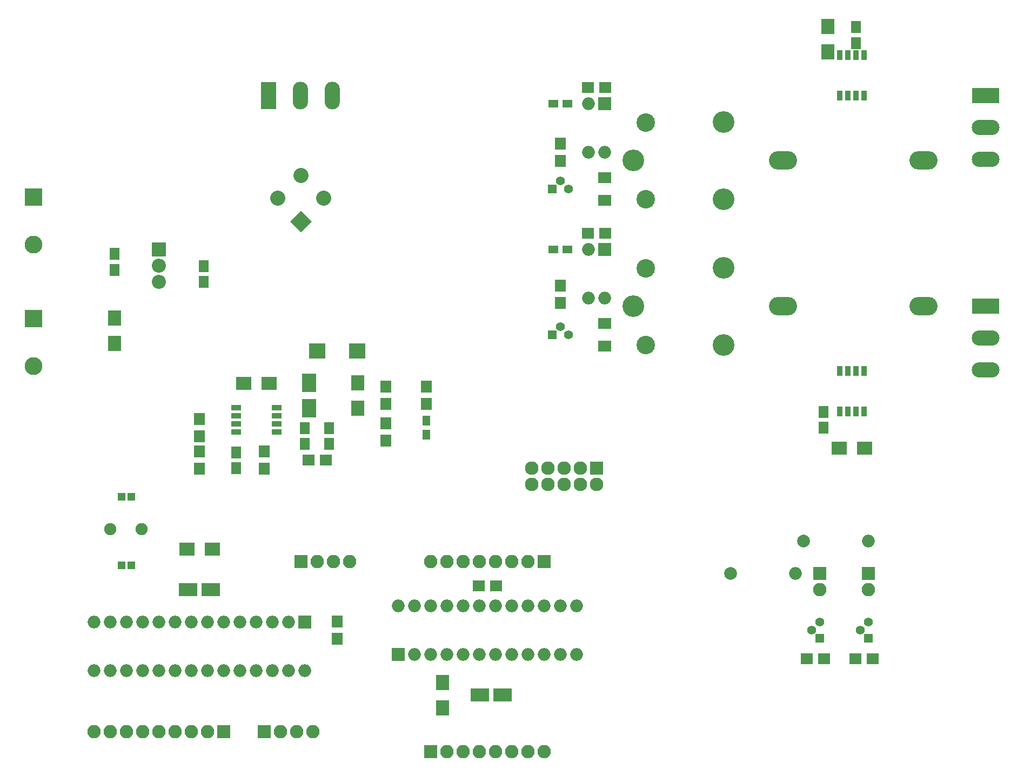
<source format=gbr>
G04 #@! TF.FileFunction,Soldermask,Top*
%FSLAX46Y46*%
G04 Gerber Fmt 4.6, Leading zero omitted, Abs format (unit mm)*
G04 Created by KiCad (PCBNEW 4.0.7) date Mon Feb  5 18:43:38 2018*
%MOMM*%
%LPD*%
G01*
G04 APERTURE LIST*
%ADD10C,0.100000*%
%ADD11R,3.000000X2.000000*%
%ADD12R,1.200000X1.150000*%
%ADD13R,2.400000X2.000000*%
%ADD14R,2.800000X2.800000*%
%ADD15C,2.800000*%
%ADD16R,2.000000X2.400000*%
%ADD17R,1.650000X1.900000*%
%ADD18R,2.127200X2.127200*%
%ADD19O,2.127200X2.127200*%
%ADD20C,2.400000*%
%ADD21R,1.600000X1.300000*%
%ADD22R,2.200000X2.900000*%
%ADD23R,1.300000X1.600000*%
%ADD24R,2.100000X1.700000*%
%ADD25O,4.400000X2.900000*%
%ADD26R,2.380000X4.360000*%
%ADD27O,2.380000X4.360000*%
%ADD28R,2.100000X2.100000*%
%ADD29O,2.100000X2.100000*%
%ADD30C,2.900000*%
%ADD31C,3.400000*%
%ADD32R,2.600000X2.400000*%
%ADD33C,1.400000*%
%ADD34R,1.400000X1.400000*%
%ADD35R,1.700000X1.900000*%
%ADD36R,1.900000X1.700000*%
%ADD37C,2.000000*%
%ADD38O,2.000000X2.000000*%
%ADD39R,2.000000X2.000000*%
%ADD40R,1.543000X0.908000*%
%ADD41R,2.200000X2.200000*%
%ADD42O,2.200000X2.200000*%
%ADD43R,0.908000X1.543000*%
%ADD44C,1.900000*%
%ADD45R,4.360000X2.380000*%
%ADD46O,4.360000X2.380000*%
G04 APERTURE END LIST*
D10*
D11*
X98955000Y-132715000D03*
X95355000Y-132715000D03*
D12*
X84975000Y-118110000D03*
X86475000Y-118110000D03*
D13*
X99155000Y-126365000D03*
X95155000Y-126365000D03*
D12*
X86475000Y-128905000D03*
X84975000Y-128905000D03*
D14*
X71120000Y-90170000D03*
D15*
X71120000Y-97670000D03*
D14*
X71120000Y-71120000D03*
D15*
X71120000Y-78620000D03*
D16*
X83820000Y-90075000D03*
X83820000Y-94075000D03*
X135255000Y-151225000D03*
X135255000Y-147225000D03*
D13*
X108045000Y-100330000D03*
X104045000Y-100330000D03*
D11*
X141075000Y-149225000D03*
X144675000Y-149225000D03*
D17*
X102870000Y-111145000D03*
X102870000Y-113645000D03*
X117475000Y-107335000D03*
X117475000Y-109835000D03*
X113665000Y-107335000D03*
X113665000Y-109835000D03*
D16*
X121920000Y-100235000D03*
X121920000Y-104235000D03*
D17*
X83820000Y-80030000D03*
X83820000Y-82530000D03*
D13*
X201390000Y-110490000D03*
X197390000Y-110490000D03*
D16*
X195580000Y-48355000D03*
X195580000Y-44355000D03*
D17*
X200025000Y-46970000D03*
X200025000Y-44470000D03*
D18*
X159385000Y-113665000D03*
D19*
X159385000Y-116205000D03*
X156845000Y-113665000D03*
X156845000Y-116205000D03*
X154305000Y-113665000D03*
X154305000Y-116205000D03*
X151765000Y-113665000D03*
X151765000Y-116205000D03*
X149225000Y-113665000D03*
X149225000Y-116205000D03*
D20*
X109437898Y-71337898D02*
X109437898Y-71337898D01*
X116622102Y-71337898D02*
X116622102Y-71337898D01*
X113030000Y-67745795D02*
X113030000Y-67745795D01*
D10*
G36*
X114727056Y-74930000D02*
X113030000Y-76627056D01*
X111332944Y-74930000D01*
X113030000Y-73232944D01*
X114727056Y-74930000D01*
X114727056Y-74930000D01*
G37*
D21*
X152570000Y-79375000D03*
X154770000Y-79375000D03*
X152570000Y-56515000D03*
X154770000Y-56515000D03*
D22*
X114300000Y-100235000D03*
X114300000Y-104235000D03*
D23*
X132715000Y-106215000D03*
X132715000Y-108415000D03*
D24*
X160655000Y-90960000D03*
X160655000Y-94460000D03*
X160655000Y-68100000D03*
X160655000Y-71600000D03*
D25*
X210595000Y-88265000D03*
X188595000Y-88265000D03*
X210595000Y-65405000D03*
X188595000Y-65405000D03*
D26*
X107950000Y-55245000D03*
D27*
X112950000Y-55245000D03*
X117950000Y-55245000D03*
D28*
X133350000Y-158115000D03*
D29*
X135890000Y-158115000D03*
X138430000Y-158115000D03*
X140970000Y-158115000D03*
X143510000Y-158115000D03*
X146050000Y-158115000D03*
X148590000Y-158115000D03*
X151130000Y-158115000D03*
D28*
X151130000Y-128270000D03*
D29*
X148590000Y-128270000D03*
X146050000Y-128270000D03*
X143510000Y-128270000D03*
X140970000Y-128270000D03*
X138430000Y-128270000D03*
X135890000Y-128270000D03*
X133350000Y-128270000D03*
D28*
X107315000Y-154940000D03*
D29*
X109855000Y-154940000D03*
X112395000Y-154940000D03*
X114935000Y-154940000D03*
D28*
X113030000Y-128270000D03*
D29*
X115570000Y-128270000D03*
X118110000Y-128270000D03*
X120650000Y-128270000D03*
D28*
X100965000Y-154940000D03*
D29*
X98425000Y-154940000D03*
X95885000Y-154940000D03*
X93345000Y-154940000D03*
X90805000Y-154940000D03*
X88265000Y-154940000D03*
X85725000Y-154940000D03*
X83185000Y-154940000D03*
X80645000Y-154940000D03*
D30*
X167050000Y-94315000D03*
D31*
X179250000Y-94315000D03*
X179300000Y-82265000D03*
D30*
X167050000Y-82315000D03*
D31*
X165100000Y-88265000D03*
D30*
X167050000Y-71455000D03*
D31*
X179250000Y-71455000D03*
X179300000Y-59405000D03*
D30*
X167050000Y-59455000D03*
D31*
X165100000Y-65405000D03*
D32*
X115633730Y-95250000D03*
X121856270Y-95250000D03*
D28*
X201930000Y-130175000D03*
D29*
X201930000Y-132715000D03*
D28*
X194310000Y-130175000D03*
D29*
X194310000Y-132715000D03*
D33*
X153670000Y-91440000D03*
X154940000Y-92710000D03*
D34*
X152400000Y-92710000D03*
D33*
X153670000Y-68580000D03*
X154940000Y-69850000D03*
D34*
X152400000Y-69850000D03*
D33*
X200660000Y-139065000D03*
X201930000Y-137795000D03*
D34*
X201930000Y-140335000D03*
D33*
X193040000Y-139065000D03*
X194310000Y-137795000D03*
D34*
X194310000Y-140335000D03*
D35*
X118745000Y-140415000D03*
X118745000Y-137715000D03*
D36*
X140890000Y-132080000D03*
X143590000Y-132080000D03*
D35*
X97155000Y-105965000D03*
X97155000Y-108665000D03*
X97155000Y-111045000D03*
X97155000Y-113745000D03*
X107315000Y-111045000D03*
X107315000Y-113745000D03*
D36*
X158035000Y-76835000D03*
X160735000Y-76835000D03*
X158035000Y-53975000D03*
X160735000Y-53975000D03*
X114220000Y-112395000D03*
X116920000Y-112395000D03*
D35*
X153670000Y-85010000D03*
X153670000Y-87710000D03*
X153670000Y-62785000D03*
X153670000Y-65485000D03*
X126365000Y-100885000D03*
X126365000Y-103585000D03*
X126365000Y-106600000D03*
X126365000Y-109300000D03*
X132715000Y-100885000D03*
X132715000Y-103585000D03*
D37*
X191770000Y-125095000D03*
D38*
X201930000Y-125095000D03*
D36*
X199945000Y-143510000D03*
X202645000Y-143510000D03*
D37*
X180340000Y-130175000D03*
D38*
X190500000Y-130175000D03*
D36*
X192325000Y-143510000D03*
X195025000Y-143510000D03*
D39*
X113665000Y-137795000D03*
D38*
X80645000Y-145415000D03*
X111125000Y-137795000D03*
X83185000Y-145415000D03*
X108585000Y-137795000D03*
X85725000Y-145415000D03*
X106045000Y-137795000D03*
X88265000Y-145415000D03*
X103505000Y-137795000D03*
X90805000Y-145415000D03*
X100965000Y-137795000D03*
X93345000Y-145415000D03*
X98425000Y-137795000D03*
X95885000Y-145415000D03*
X95885000Y-137795000D03*
X98425000Y-145415000D03*
X93345000Y-137795000D03*
X100965000Y-145415000D03*
X90805000Y-137795000D03*
X103505000Y-145415000D03*
X88265000Y-137795000D03*
X106045000Y-145415000D03*
X85725000Y-137795000D03*
X108585000Y-145415000D03*
X83185000Y-137795000D03*
X111125000Y-145415000D03*
X80645000Y-137795000D03*
X113665000Y-145415000D03*
D39*
X128270000Y-142875000D03*
D38*
X156210000Y-135255000D03*
X130810000Y-142875000D03*
X153670000Y-135255000D03*
X133350000Y-142875000D03*
X151130000Y-135255000D03*
X135890000Y-142875000D03*
X148590000Y-135255000D03*
X138430000Y-142875000D03*
X146050000Y-135255000D03*
X140970000Y-142875000D03*
X143510000Y-135255000D03*
X143510000Y-142875000D03*
X140970000Y-135255000D03*
X146050000Y-142875000D03*
X138430000Y-135255000D03*
X148590000Y-142875000D03*
X135890000Y-135255000D03*
X151130000Y-142875000D03*
X133350000Y-135255000D03*
X153670000Y-142875000D03*
X130810000Y-135255000D03*
X156210000Y-142875000D03*
X128270000Y-135255000D03*
D40*
X109220000Y-104140000D03*
X109220000Y-105410000D03*
X109220000Y-106680000D03*
X109220000Y-107950000D03*
X102870000Y-107950000D03*
X102870000Y-106680000D03*
X102870000Y-105410000D03*
X102870000Y-104140000D03*
D39*
X160655000Y-79375000D03*
D38*
X158115000Y-86995000D03*
X158115000Y-79375000D03*
X160655000Y-86995000D03*
D39*
X160655000Y-56515000D03*
D38*
X158115000Y-64135000D03*
X158115000Y-56515000D03*
X160655000Y-64135000D03*
D41*
X90805000Y-79375000D03*
D42*
X90805000Y-81915000D03*
X90805000Y-84455000D03*
D43*
X201295000Y-104775000D03*
X200025000Y-104775000D03*
X198755000Y-104775000D03*
X197485000Y-104775000D03*
X197485000Y-98425000D03*
X198755000Y-98425000D03*
X200025000Y-98425000D03*
X201295000Y-98425000D03*
X197485000Y-48895000D03*
X198755000Y-48895000D03*
X200025000Y-48895000D03*
X201295000Y-48895000D03*
X201295000Y-55245000D03*
X200025000Y-55245000D03*
X198755000Y-55245000D03*
X197485000Y-55245000D03*
D44*
X83185000Y-123190000D03*
X88065000Y-123190000D03*
D17*
X97790000Y-84435000D03*
X97790000Y-81935000D03*
D45*
X220345000Y-88265000D03*
D46*
X220345000Y-93265000D03*
X220345000Y-98265000D03*
D45*
X220345000Y-55245000D03*
D46*
X220345000Y-60245000D03*
X220345000Y-65245000D03*
D17*
X194945000Y-107295000D03*
X194945000Y-104795000D03*
M02*

</source>
